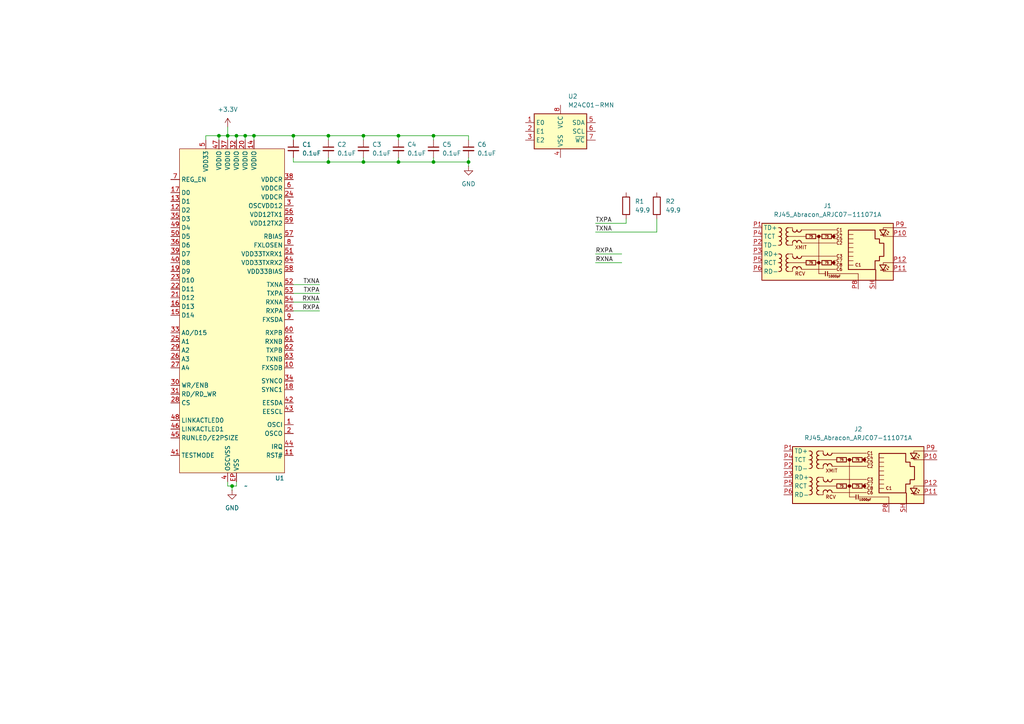
<source format=kicad_sch>
(kicad_sch (version 20231120) (generator "eeschema") (generator_version "8.0")
  (paper "A4")
  (lib_symbols
    (symbol "Device:C_Small" (pin_numbers hide) (pin_names (offset 0.254) hide)
      (property "Reference" "C" (at 0.254 1.778 0))
      (property "Value" "C_Small" (at 0.254 -2.032 0))
      (symbol "C_Small_0_1"
        (polyline (pts (xy -1.524 -0.508) (xy 1.524 -0.508)) (stroke (width 0.3302)))
        (polyline (pts (xy -1.524 0.508) (xy 1.524 0.508)) (stroke (width 0.3048)))
      )
      (symbol "C_Small_1_1"
        (pin passive line (at 0 2.54 270) (length 2.032) (name "~") (number "1"))
        (pin passive line (at 0 -2.54 90) (length 2.032) (name "~") (number "2"))
      )
    )
    (symbol "Device:R" (pin_numbers hide) (pin_names (offset 0))
      (property "Reference" "R" (at 2.032 0 90))
      (property "Value" "R" (at 0 0 90))
      (symbol "R_0_1"
        (rectangle (start -1.016 -2.54) (end 1.016 2.54) (stroke (width 0.254)))
      )
      (symbol "R_1_1"
        (pin passive line (at 0 3.81 270) (length 1.27) (name "~") (number "1"))
        (pin passive line (at 0 -3.81 90) (length 1.27) (name "~") (number "2"))
      )
    )
    (symbol "Memory_EEPROM:M24C01-RMN"
      (property "Reference" "U" (at -6.35 6.35 0))
      (property "Value" "M24C01-RMN" (at 7.62 6.35 0))
      (symbol "M24C01-RMN_0_1"
        (rectangle (start -7.62 5.08) (end 7.62 -5.08) (stroke (width 0.254)) (fill (type background)))
      )
      (symbol "M24C01-RMN_1_1"
        (pin input line (at -10.16 2.54 0) (length 2.54) (name "E0") (number "1"))
        (pin input line (at -10.16 0 0) (length 2.54) (name "E1") (number "2"))
        (pin input line (at -10.16 -2.54 0) (length 2.54) (name "E2") (number "3"))
        (pin power_in line (at 0 -7.62 90) (length 2.54) (name "VSS") (number "4"))
        (pin bidirectional line (at 10.16 2.54 180) (length 2.54) (name "SDA") (number "5"))
        (pin input line (at 10.16 0 180) (length 2.54) (name "SCL") (number "6"))
        (pin input line (at 10.16 -2.54 180) (length 2.54) (name "~{WC}") (number "7"))
        (pin power_in line (at 0 7.62 270) (length 2.54) (name "VCC") (number "8"))
      )
    )
    (symbol "ethercat:LAN9252"
      (property "Reference" "U1" (at 3.4641 -52.07 0))
      (property "Value" "~" (at 3.4641 -53.34 0))
      (symbol "LAN9252_0_0"
        (pin unspecified line (at 17.78 -35.56 180) (length 2.54) (name "OSCI") (number "1"))
        (pin unspecified line (at 17.78 -44.45 180) (length 2.54) (name "RST#") (number "11"))
        (pin power_in line (at 6.35 46.99 270) (length 2.54) (name "VDDIO") (number "14"))
        (pin unspecified line (at -17.78 -1.27 0) (length 2.54) (name "D13") (number "16"))
        (pin unspecified line (at -17.78 31.75 0) (length 2.54) (name "D0") (number "17"))
        (pin unspecified line (at -17.78 8.89 0) (length 2.54) (name "D9") (number "19"))
        (pin unspecified line (at 17.78 -38.1 180) (length 2.54) (name "OSCO") (number "2"))
        (pin power_in line (at 3.81 46.99 270) (length 2.54) (name "VDDIO") (number "20"))
        (pin unspecified line (at -17.78 1.27 0) (length 2.54) (name "D12") (number "21"))
        (pin unspecified line (at -17.78 3.81 0) (length 2.54) (name "D11") (number "22"))
        (pin unspecified line (at -17.78 6.35 0) (length 2.54) (name "D10") (number "23"))
        (pin unspecified line (at 17.78 30.48 180) (length 2.54) (name "VDDCR") (number "24"))
        (pin unspecified line (at -17.78 -11.43 0) (length 2.54) (name "A1") (number "25"))
        (pin unspecified line (at -17.78 -16.51 0) (length 2.54) (name "A3") (number "26"))
        (pin unspecified line (at -17.78 -19.05 0) (length 2.54) (name "A4") (number "27"))
        (pin unspecified line (at -17.78 -29.21 0) (length 2.54) (name "CS") (number "28"))
        (pin unspecified line (at -17.78 -13.97 0) (length 2.54) (name "A2") (number "29"))
        (pin unspecified line (at 17.78 27.94 180) (length 2.54) (name "OSCVDD12") (number "3"))
        (pin unspecified line (at -17.78 -24.13 0) (length 2.54) (name "WR/ENB") (number "30"))
        (pin unspecified line (at -17.78 -26.67 0) (length 2.54) (name "RD/RD_WR") (number "31"))
        (pin power_in line (at 1.27 46.99 270) (length 2.54) (name "VDDIO") (number "32"))
        (pin unspecified line (at -17.78 -8.89 0) (length 2.54) (name "A0/D15") (number "33"))
        (pin unspecified line (at -17.78 24.13 0) (length 2.54) (name "D3") (number "35"))
        (pin unspecified line (at -17.78 16.51 0) (length 2.54) (name "D6") (number "36"))
        (pin power_in line (at -1.27 46.99 270) (length 2.54) (name "VDDIO") (number "37"))
        (pin unspecified line (at 17.78 35.56 180) (length 2.54) (name "VDDCR") (number "38"))
        (pin unspecified line (at -17.78 13.97 0) (length 2.54) (name "D7") (number "39"))
        (pin unspecified line (at -1.27 -52.07 90) (length 2.54) (name "OSCVSS") (number "4"))
        (pin unspecified line (at -17.78 11.43 0) (length 2.54) (name "D8") (number "40"))
        (pin unspecified line (at -17.78 -44.45 0) (length 2.54) (name "TESTMODE") (number "41"))
        (pin unspecified line (at 17.78 -41.91 180) (length 2.54) (name "IRQ") (number "44"))
        (pin unspecified line (at -17.78 -39.37 0) (length 2.54) (name "RUNLED/E2PSIZE") (number "45"))
        (pin power_in line (at -3.81 46.99 270) (length 2.54) (name "VDDIO") (number "47"))
        (pin unspecified line (at -17.78 21.59 0) (length 2.54) (name "D4") (number "49"))
        (pin power_in line (at -7.62 46.99 270) (length 2.54) (name "VDD33") (number "5"))
        (pin unspecified line (at -17.78 19.05 0) (length 2.54) (name "D5") (number "50"))
        (pin unspecified line (at 17.78 13.97 180) (length 2.54) (name "VDD33TXRX1") (number "51"))
        (pin unspecified line (at 17.78 5.08 180) (length 2.54) (name "TXNA") (number "52"))
        (pin unspecified line (at 17.78 2.54 180) (length 2.54) (name "TXPA") (number "53"))
        (pin unspecified line (at 17.78 0 180) (length 2.54) (name "RXNA") (number "54"))
        (pin unspecified line (at 17.78 -2.54 180) (length 2.54) (name "RXPA") (number "55"))
        (pin unspecified line (at 17.78 25.4 180) (length 2.54) (name "VDD12TX1") (number "56"))
        (pin unspecified line (at 17.78 19.05 180) (length 2.54) (name "RBIAS") (number "57"))
        (pin unspecified line (at 17.78 8.89 180) (length 2.54) (name "VDD33BIAS") (number "58"))
        (pin unspecified line (at 17.78 22.86 180) (length 2.54) (name "VDD12TX2") (number "59"))
        (pin unspecified line (at 17.78 33.02 180) (length 2.54) (name "VDDCR") (number "6"))
        (pin unspecified line (at 17.78 -8.89 180) (length 2.54) (name "RXPB") (number "60"))
        (pin unspecified line (at 17.78 -11.43 180) (length 2.54) (name "RXNB") (number "61"))
        (pin unspecified line (at 17.78 -13.97 180) (length 2.54) (name "TXPB") (number "62"))
        (pin unspecified line (at 17.78 -16.51 180) (length 2.54) (name "TXNB") (number "63"))
        (pin unspecified line (at 17.78 11.43 180) (length 2.54) (name "VDD33TXRX2") (number "64"))
        (pin input line (at -17.78 35.56 0) (length 2.54) (name "REG_EN") (number "7"))
        (pin unspecified line (at 17.78 16.51 180) (length 2.54) (name "FXLOSEN") (number "8"))
        (pin unspecified line (at 1.27 -52.07 90) (length 2.54) (name "VSS") (number "EP"))
      )
      (symbol "LAN9252_0_1"
        (rectangle (start -15.24 44.45) (end 15.24 -49.53) (fill (type background)))
      )
      (symbol "LAN9252_1_0"
        (pin unspecified line (at 17.78 -19.05 180) (length 2.54) (name "FXSDB") (number "10"))
        (pin unspecified line (at -17.78 26.67 0) (length 2.54) (name "D2") (number "12"))
        (pin unspecified line (at -17.78 29.21 0) (length 2.54) (name "D1") (number "13"))
        (pin unspecified line (at -17.78 -3.81 0) (length 2.54) (name "D14") (number "15"))
        (pin unspecified line (at 17.78 -25.4 180) (length 2.54) (name "SYNC1") (number "18"))
        (pin unspecified line (at 17.78 -22.86 180) (length 2.54) (name "SYNC0") (number "34"))
        (pin unspecified line (at 17.78 -29.21 180) (length 2.54) (name "EESDA") (number "42"))
        (pin unspecified line (at 17.78 -31.75 180) (length 2.54) (name "EESCL") (number "43"))
        (pin unspecified line (at -17.78 -36.83 0) (length 2.54) (name "LINKACTLED1") (number "46"))
        (pin unspecified line (at -17.78 -34.29 0) (length 2.54) (name "LINKACTLED0") (number "48"))
        (pin unspecified line (at 17.78 -5.08 180) (length 2.54) (name "FXSDA") (number "9"))
      )
    )
    (symbol "ethercat:RJ45_Abracon_ARJC07-111071A"
      (property "Reference" "J" (at 18.415 10.16 0))
      (property "Value" "RJ45_Abracon_ARJC07-111071A" (at -19.05 10.16 0))
      (symbol "RJ45_Abracon_ARJC07-111071A_0_0"
        (circle (center -1.27 -2.54) (radius 0.0001) (stroke (width 0.508)))
        (circle (center -1.27 5.08) (radius 0.0001) (stroke (width 0.508)))
        (polyline (pts (xy -1.27 5.08) (xy -1.27 -5.715)))
        (polyline (pts (xy 0.635 -5.08) (xy 0.635 -6.35)) (stroke (width 0.254)))
        (polyline (pts (xy 1.27 -5.08) (xy 1.27 -6.35)) (stroke (width 0.254)))
        (polyline (pts (xy 3.048 -2.54) (xy 2.54 -2.54)))
        (polyline (pts (xy 3.048 5.08) (xy 2.54 5.08)))
        (polyline (pts (xy 17.399 -3.175) (xy 17.399 -2.54) (xy 20.32 -2.54)))
        (polyline (pts (xy 17.399 6.985) (xy 17.399 7.62) (xy 20.32 7.62)))
        (polyline (pts (xy 20.32 -5.08) (xy 17.399 -5.08) (xy 17.399 -4.572)))
        (polyline (pts (xy 20.32 5.08) (xy 17.399 5.08) (xy 17.399 5.588)))
        (polyline (pts (xy 3.683 -1.905) (xy 3.048 -1.905) (xy 3.048 -3.175) (xy 3.683 -3.175)))
        (polyline (pts (xy 3.683 5.715) (xy 3.048 5.715) (xy 3.048 4.445) (xy 3.683 4.445)))
        (circle (center 3.048 -2.54) (radius 0.0001) (stroke (width 0.508)))
        (circle (center 3.048 5.08) (radius 0.0001) (stroke (width 0.508)))
        (text "C1" (at 4.699 6.985 0) (effects (font (size 0.889 0.889))))
        (text "C1" (at 10.16 -3.175 0) (effects (font (size 0.889 0.889))))
        (text "C2" (at 4.699 3.175 0) (effects (font (size 0.889 0.889))))
        (text "C3" (at 4.699 -0.635 0) (effects (font (size 0.889 0.889))))
        (text "C4" (at 4.699 5.715 0) (effects (font (size 0.889 0.889))))
        (text "C5" (at 4.699 4.445 0) (effects (font (size 0.889 0.889))))
        (text "C6" (at 4.699 -4.445 0) (effects (font (size 0.889 0.889))))
        (text "C7" (at 4.699 -1.905 0) (effects (font (size 0.889 0.889))))
        (text "C8" (at 4.699 -3.175 0) (effects (font (size 0.889 0.889))))
        (text "RCV" (at -8.255 -5.715 0) (effects (font (size 1.016 1.016)) (justify left)))
        (text "XMIT" (at -8.255 1.905 0) (effects (font (size 1.016 1.016)) (justify left)))
      )
      (symbol "RJ45_Abracon_ARJC07-111071A_0_1"
        (rectangle (start -17.78 8.89) (end 20.32 -7.62) (stroke (width 0.254)) (fill (type background)))
        (polyline (pts (xy -12.7 -5.08) (xy -13.081 -5.08)))
        (polyline (pts (xy -12.7 -2.54) (xy -13.081 -2.54)))
        (polyline (pts (xy -12.7 0) (xy -13.081 0)))
        (polyline (pts (xy -12.7 2.54) (xy -13.081 2.54)))
        (polyline (pts (xy -12.7 5.08) (xy -13.081 5.08)))
        (polyline (pts (xy -12.7 7.62) (xy -13.081 7.62)))
        (polyline (pts (xy -6.35 -4.445) (xy 3.683 -4.445)))
        (polyline (pts (xy -6.35 3.175) (xy 3.683 3.175)))
        (polyline (pts (xy -6.35 6.985) (xy 3.683 6.985)))
        (polyline (pts (xy -6.223 -0.635) (xy 3.683 -0.635)))
        (polyline (pts (xy -5.08 -2.54) (xy -10.16 -2.54)))
        (polyline (pts (xy -4.953 5.08) (xy -10.16 5.08)))
        (polyline (pts (xy -2.159 -2.54) (xy -0.381 -2.54)))
        (polyline (pts (xy -2.159 5.08) (xy -0.381 5.08)))
        (polyline (pts (xy 0.635 -5.715) (xy -1.27 -5.715)))
        (polyline (pts (xy 7.4295 -1.9685) (xy 8.6995 -1.9685)))
        (polyline (pts (xy 7.4295 -0.6985) (xy 8.6995 -0.6985)))
        (polyline (pts (xy 7.4295 0.5715) (xy 8.6995 0.5715)))
        (polyline (pts (xy 7.4295 1.8415) (xy 8.6995 1.8415)))
        (polyline (pts (xy 7.4295 3.1115) (xy 8.6995 3.1115)))
        (polyline (pts (xy 8.6995 -3.2385) (xy 7.4295 -3.2385)))
        (polyline (pts (xy 8.6995 4.3815) (xy 7.4295 4.3815)))
        (polyline (pts (xy 8.6995 5.6515) (xy 7.4295 5.6515)))
        (polyline (pts (xy 10.16 -5.715) (xy 1.27 -5.715)))
        (polyline (pts (xy 10.16 -5.715) (xy 10.16 -7.62)))
        (polyline (pts (xy -10.16 0) (xy -8.89 0) (xy -8.89 -0.635)))
        (polyline (pts (xy -10.16 7.62) (xy -8.89 7.62) (xy -8.89 6.985)))
        (polyline (pts (xy -8.89 -4.445) (xy -8.89 -5.08) (xy -10.16 -5.08)))
        (polyline (pts (xy -8.89 3.175) (xy -8.89 2.54) (xy -10.16 2.54)))
      )
      (symbol "RJ45_Abracon_ARJC07-111071A_1_0"
        (text "1000pF" (at 3.302 -6.477 0) (effects (font (size 0.635 0.635))))
      )
      (symbol "RJ45_Abracon_ARJC07-111071A_1_1"
        (arc (start -12.7 -1.27) (mid -12.0677 -0.635) (end -12.7 0) (stroke (width 0.254)))
        (arc (start -12.6973 -5.08) (mid -12.065 -4.445) (end -12.6973 -3.81) (stroke (width 0.254)))
        (arc (start -12.6973 -3.81) (mid -12.065 -3.175) (end -12.6973 -2.54) (stroke (width 0.254)))
        (arc (start -12.6973 -2.54) (mid -12.065 -1.905) (end -12.6973 -1.27) (stroke (width 0.254)))
        (arc (start -12.6973 6.35) (mid -12.065 6.985) (end -12.6973 7.62) (stroke (width 0.254)))
        (arc (start -12.6946 2.54) (mid -12.0623 3.175) (end -12.6946 3.81) (stroke (width 0.254)))
        (arc (start -12.6946 3.81) (mid -12.0623 4.445) (end -12.6946 5.08) (stroke (width 0.254)))
        (arc (start -12.6946 5.08) (mid -12.0623 5.715) (end -12.6946 6.35) (stroke (width 0.254)))
        (arc (start -10.1654 -2.54) (mid -10.7977 -3.175) (end -10.1654 -3.81) (stroke (width 0.254)))
        (arc (start -10.1654 -1.27) (mid -10.7977 -1.905) (end -10.1654 -2.54) (stroke (width 0.254)))
        (arc (start -10.1654 0) (mid -10.7977 -0.635) (end -10.1654 -1.27) (stroke (width 0.254)))
        (arc (start -10.1654 5.08) (mid -10.7977 4.445) (end -10.1654 3.81) (stroke (width 0.254)))
        (arc (start -10.1654 6.35) (mid -10.7977 5.715) (end -10.1654 5.08) (stroke (width 0.254)))
        (arc (start -10.1654 7.62) (mid -10.7977 6.985) (end -10.1654 6.35) (stroke (width 0.254)))
        (arc (start -10.1627 -3.81) (mid -10.795 -4.445) (end -10.1627 -5.08) (stroke (width 0.254)))
        (arc (start -10.1627 3.81) (mid -10.795 3.175) (end -10.1627 2.54) (stroke (width 0.254)))
        (arc (start -8.89 6.9823) (mid -8.255 6.35) (end -7.62 6.9823) (stroke (width 0.254)))
        (arc (start -8.8265 -0.7012) (mid -8.1915 -1.3335) (end -7.5565 -0.7012) (stroke (width 0.254)))
        (arc (start -7.62 -4.3153) (mid -8.255 -3.683) (end -8.89 -4.3153) (stroke (width 0.254)))
        (arc (start -7.62 3.3047) (mid -8.255 3.937) (end -8.89 3.3047) (stroke (width 0.254)))
        (arc (start -7.62 6.985) (mid -6.985 6.3527) (end -6.35 6.985) (stroke (width 0.254)))
        (arc (start -7.5565 -0.6985) (mid -6.9215 -1.3308) (end -6.2865 -0.6985) (stroke (width 0.254)))
        (arc (start -6.35 -4.3126) (mid -6.985 -3.6803) (end -7.62 -4.3126) (stroke (width 0.254)))
        (arc (start -6.35 3.3074) (mid -6.985 3.9397) (end -7.62 3.3074) (stroke (width 0.254)))
        (rectangle (start -4.953 -1.905) (end -2.159 -3.175) (stroke (width 0.254)))
        (rectangle (start -4.953 5.715) (end -2.159 4.445) (stroke (width 0.254)))
        (rectangle (start -0.381 -1.905) (end 2.413 -3.175) (stroke (width 0.254)))
        (rectangle (start -0.381 5.715) (end 2.413 4.445) (stroke (width 0.254)))
        (polyline (pts (xy 15.24 -7.62) (xy 15.24 -4.572)) (stroke (width 0.254)))
        (polyline (pts (xy 18.161 -4.699) (xy 16.637 -4.699)) (stroke (width 0.254)))
        (polyline (pts (xy 18.161 5.461) (xy 16.637 5.461)) (stroke (width 0.254)))
        (polyline (pts (xy 18.796 -4.572) (xy 18.796 -4.318)))
        (polyline (pts (xy 18.796 5.588) (xy 18.796 5.842)))
        (polyline (pts (xy 19.05 -3.937) (xy 19.05 -3.683)))
        (polyline (pts (xy 19.05 6.223) (xy 19.05 6.477)))
        (polyline (pts (xy 18.288 -4.064) (xy 18.796 -4.572) (xy 18.542 -4.572)))
        (polyline (pts (xy 18.288 6.096) (xy 18.796 5.588) (xy 18.542 5.588)))
        (polyline (pts (xy 18.542 -3.429) (xy 19.05 -3.937) (xy 18.796 -3.937)))
        (polyline (pts (xy 18.542 6.731) (xy 19.05 6.223) (xy 18.796 6.223)))
        (polyline (pts (xy 18.288 -3.175) (xy 16.383 -3.175) (xy 17.399 -4.699) (xy 18.288 -3.175)) (stroke (width 0.254)))
        (polyline (pts (xy 18.288 6.985) (xy 16.383 6.985) (xy 17.399 5.461) (xy 18.288 6.985)) (stroke (width 0.254)))
        (polyline (pts (xy 7.3025 -4.5085) (xy 7.3025 6.9215) (xy 15.0495 6.9215) (xy 15.0495 4.3815) (xy 16.3195 4.3815) (xy 16.3195 3.1115) (xy 17.5895 3.1115) (xy 17.5895 -0.6985) (xy 16.3195 -0.6985) (xy 16.3195 -1.9685) (xy 15.0495 -1.9685) (xy 15.0495 -4.5085) (xy 7.3025 -4.5085)) (stroke (width 0.254)))
        (text "75" (at -3.556 -2.54 0) (effects (font (size 0.635 0.635))))
        (text "75" (at -3.556 5.08 0) (effects (font (size 0.635 0.635))))
        (text "75" (at 1.016 -2.54 0) (effects (font (size 0.635 0.635))))
        (text "75" (at 1.016 5.08 0) (effects (font (size 0.635 0.635))))
        (pin passive line (at -20.32 7.62 0) (length 2.54) (name "TD+") (number "P1"))
        (pin passive line (at 24.13 5.08 180) (length 3.81) (name "") (number "P10"))
        (pin passive line (at 24.13 -5.08 180) (length 3.81) (name "") (number "P11"))
        (pin passive line (at 24.13 -2.54 180) (length 3.81) (name "") (number "P12"))
        (pin passive line (at -20.32 2.54 0) (length 2.54) (name "TD-") (number "P2"))
        (pin passive line (at -20.32 0 0) (length 2.54) (name "RD+") (number "P3"))
        (pin passive line (at -20.32 5.08 0) (length 2.54) (name "TCT") (number "P4"))
        (pin passive line (at -20.32 -2.54 0) (length 2.54) (name "RCT") (number "P5"))
        (pin passive line (at -20.32 -5.08 0) (length 2.54) (name "RD-") (number "P6"))
        (pin no_connect line (at 20.32 0 0) (length 0) hide (name "NC") (number "P7"))
        (pin power_in line (at 10.16 -10.16 90) (length 2.54) (name "") (number "P8"))
        (pin passive line (at 24.13 7.62 180) (length 3.81) (name "") (number "P9"))
        (pin passive line (at 15.24 -10.16 90) (length 2.54) (name "") (number "SH"))
      )
    )
    (symbol "power:+3.3V" (power) (pin_numbers hide) (pin_names (offset 0) hide)
      (property "Value" "+3.3V" (at 0 3.556 0))
      (symbol "+3.3V_0_1"
        (polyline (pts (xy -0.762 1.27) (xy 0 2.54)))
        (polyline (pts (xy 0 0) (xy 0 2.54)))
        (polyline (pts (xy 0 2.54) (xy 0.762 1.27)))
      )
      (symbol "+3.3V_1_1"
        (pin power_in line (at 0 0 90) (length 0) (name "~") (number "1"))
      )
    )
    (symbol "power:GND" (power) (pin_numbers hide) (pin_names (offset 0) hide)
      (property "Value" "GND" (at 0 -3.81 0))
      (symbol "GND_0_1"
        (polyline (pts (xy 0 0) (xy 0 -1.27) (xy 1.27 -1.27) (xy 0 -2.54) (xy -1.27 -1.27) (xy 0 -1.27)))
      )
      (symbol "GND_1_1"
        (pin power_in line (at 0 0 270) (length 0) (name "~") (number "1"))
      )
    )
  )
  (junction (at 95.25 46.99))
  (junction (at 115.57 46.99))
  (junction (at 105.41 39.37))
  (junction (at 73.66 39.37))
  (junction (at 125.73 46.99))
  (junction (at 66.04 39.37))
  (junction (at 63.5 39.37))
  (junction (at 95.25 39.37))
  (junction (at 105.41 46.99))
  (junction (at 68.58 39.37))
  (junction (at 85.09 39.37))
  (junction (at 115.57 39.37))
  (junction (at 125.73 39.37))
  (junction (at 67.31 140.97))
  (junction (at 71.12 39.37))
  (junction (at 135.89 46.99))
  (wire (pts (xy 68.58 139.7) (xy 68.58 140.97)))
  (wire (pts (xy 125.73 46.99) (xy 135.89 46.99)))
  (wire (pts (xy 85.09 85.09) (xy 92.71 85.09)))
  (wire (pts (xy 59.69 40.64) (xy 59.69 39.37)))
  (wire (pts (xy 115.57 45.72) (xy 115.57 46.99)))
  (wire (pts (xy 68.58 39.37) (xy 71.12 39.37)))
  (wire (pts (xy 135.89 40.64) (xy 135.89 39.37)))
  (wire (pts (xy 59.69 39.37) (xy 63.5 39.37)))
  (wire (pts (xy 85.09 87.63) (xy 92.71 87.63)))
  (wire (pts (xy 85.09 82.55) (xy 92.71 82.55)))
  (wire (pts (xy 66.04 40.64) (xy 66.04 39.37)))
  (wire (pts (xy 85.09 90.17) (xy 92.71 90.17)))
  (wire (pts (xy 105.41 46.99) (xy 115.57 46.99)))
  (wire (pts (xy 95.25 46.99) (xy 105.41 46.99)))
  (wire (pts (xy 95.25 39.37) (xy 105.41 39.37)))
  (wire (pts (xy 135.89 45.72) (xy 135.89 46.99)))
  (wire (pts (xy 95.25 40.64) (xy 95.25 39.37)))
  (wire (pts (xy 180.34 76.2) (xy 172.72 76.2)))
  (wire (pts (xy 66.04 39.37) (xy 68.58 39.37)))
  (wire (pts (xy 71.12 40.64) (xy 71.12 39.37)))
  (wire (pts (xy 85.09 46.99) (xy 95.25 46.99)))
  (wire (pts (xy 68.58 140.97) (xy 67.31 140.97)))
  (wire (pts (xy 66.04 36.83) (xy 66.04 39.37)))
  (wire (pts (xy 63.5 39.37) (xy 66.04 39.37)))
  (wire (pts (xy 125.73 46.99) (xy 115.57 46.99)))
  (wire (pts (xy 73.66 39.37) (xy 73.66 40.64)))
  (wire (pts (xy 135.89 46.99) (xy 135.89 48.26)))
  (wire (pts (xy 85.09 39.37) (xy 73.66 39.37)))
  (wire (pts (xy 125.73 40.64) (xy 125.73 39.37)))
  (wire (pts (xy 125.73 39.37) (xy 115.57 39.37)))
  (wire (pts (xy 66.04 139.7) (xy 66.04 140.97)))
  (wire (pts (xy 66.04 140.97) (xy 67.31 140.97)))
  (wire (pts (xy 180.34 73.66) (xy 172.72 73.66)))
  (wire (pts (xy 67.31 140.97) (xy 67.31 142.24)))
  (wire (pts (xy 190.5 67.31) (xy 190.5 63.5)))
  (wire (pts (xy 71.12 39.37) (xy 73.66 39.37)))
  (wire (pts (xy 68.58 40.64) (xy 68.58 39.37)))
  (wire (pts (xy 115.57 40.64) (xy 115.57 39.37)))
  (wire (pts (xy 85.09 40.64) (xy 85.09 39.37)))
  (wire (pts (xy 181.61 64.77) (xy 181.61 63.5)))
  (wire (pts (xy 105.41 45.72) (xy 105.41 46.99)))
  (wire (pts (xy 105.41 40.64) (xy 105.41 39.37)))
  (wire (pts (xy 95.25 39.37) (xy 85.09 39.37)))
  (wire (pts (xy 172.72 67.31) (xy 190.5 67.31)))
  (wire (pts (xy 95.25 46.99) (xy 95.25 45.72)))
  (wire (pts (xy 115.57 39.37) (xy 105.41 39.37)))
  (wire (pts (xy 172.72 64.77) (xy 181.61 64.77)))
  (wire (pts (xy 125.73 45.72) (xy 125.73 46.99)))
  (wire (pts (xy 85.09 45.72) (xy 85.09 46.99)))
  (wire (pts (xy 63.5 40.64) (xy 63.5 39.37)))
  (wire (pts (xy 135.89 39.37) (xy 125.73 39.37)))
  (label "TXNA" (at 172.72 67.31 0))
  (label "RXPA" (at 172.72 73.66 0))
  (label "TXPA" (at 92.71 85.09 180))
  (label "RXNA" (at 92.71 87.63 180))
  (label "TXNA" (at 92.71 82.55 180))
  (label "TXPA" (at 172.72 64.77 0))
  (label "RXPA" (at 92.71 90.17 180))
  (label "RXNA" (at 172.72 76.2 0))
  (symbol (lib_id "Device:C_Small") (at 125.73 43.18 0) (unit 1)
    (property "Reference" "C5" (at 128.27 41.9162 0) (effects (justify left)))
    (property "Value" "0.1uF" (at 128.27 44.4562 0) (effects (justify left)))
    (property "Description" "Unpolarized capacitor, small symbol" (effects (hide yes)))
  )
  (symbol (lib_id "Device:R") (at 190.5 59.69 0) (unit 1)
    (property "Reference" "R2" (at 193.04 58.4199 0) (effects (justify left)))
    (property "Value" "49.9" (at 193.04 60.9599 0) (effects (justify left)))
    (property "Description" "Resistor" (effects (hide yes)))
  )
  (symbol (lib_id "Device:R") (at 181.61 59.69 0) (unit 1)
    (property "Reference" "R1" (at 184.15 58.4199 0) (effects (justify left)))
    (property "Value" "49.9" (at 184.15 60.9599 0) (effects (justify left)))
    (property "Description" "Resistor" (effects (hide yes)))
  )
  (symbol (lib_id "ethercat:LAN9252") (at 67.31 87.63 0) (unit 1)
    (property "Reference" "U1" (at 79.756 138.684 0) (effects (justify left)))
    (property "Value" "~" (at 70.7741 140.97 0) (effects (justify left)))
  )
  (symbol (lib_id "Memory_EEPROM:M24C01-RMN") (at 162.56 38.1 0) (unit 1)
    (property "Reference" "U2" (at 164.7541 27.94 0) (effects (justify left)))
    (property "Value" "M24C01-RMN" (at 164.7541 30.48 0) (effects (justify left)))
    (property "Footprint" "Package_SO:SOIC-8_3.9x4.9mm_P1.27mm" (effects (hide yes)))
    (property "Datasheet" "http://www.st.com/content/ccc/resource/technical/document/datasheet/b0/d8/50/40/5a/85/49/6f/DM00071904.pdf/files/DM00071904.pdf/jcr:content/translations/en.DM00071904.pdf" (effects (hide yes)))
    (property "Description" "1Kb (128x8) I2C Serial EEPROM, 1.8-5.5V, SOIC-8" (effects (hide yes)))
  )
  (symbol (lib_id "Device:C_Small") (at 85.09 43.18 0) (unit 1)
    (property "Reference" "C1" (at 87.63 41.9162 0) (effects (justify left)))
    (property "Value" "0.1uF" (at 87.63 44.4562 0) (effects (justify left)))
    (property "Description" "Unpolarized capacitor, small symbol" (effects (hide yes)))
  )
  (symbol (lib_id "Device:C_Small") (at 115.57 43.18 0) (unit 1)
    (property "Reference" "C4" (at 118.11 41.9162 0) (effects (justify left)))
    (property "Value" "0.1uF" (at 118.11 44.4562 0) (effects (justify left)))
    (property "Description" "Unpolarized capacitor, small symbol" (effects (hide yes)))
  )
  (symbol (lib_id "power:+3.3V") (at 66.04 36.83 0) (unit 1)
    (property "Reference" "#PWR01" (effects (hide yes)))
    (property "Value" "+3.3V" (at 66.04 31.75 0))
    (property "Description" "Power symbol creates a global label with name \"+3.3V\"" (effects (hide yes)))
  )
  (symbol (lib_id "Device:C_Small") (at 135.89 43.18 0) (unit 1)
    (property "Reference" "C6" (at 138.43 41.9162 0) (effects (justify left)))
    (property "Value" "0.1uF" (at 138.43 44.4562 0) (effects (justify left)))
    (property "Description" "Unpolarized capacitor, small symbol" (effects (hide yes)))
  )
  (symbol (lib_id "ethercat:RJ45_Abracon_ARJC07-111071A") (at 247.65 138.43 0) (unit 1)
    (property "Reference" "J2" (at 248.92 124.46 0))
    (property "Value" "RJ45_Abracon_ARJC07-111071A" (at 248.92 127 0))
    (property "Datasheet" "https://abracon.com/Magnetics/lan/ARJC07-111071A.pdf" (effects (hide yes)))
    (property "Description" "1 Port RJ45 Magjack Connector Through Hole 10/100 Base-T, AutoMDIX" (effects (hide yes)))
  )
  (symbol (lib_id "power:GND") (at 135.89 48.26 0) (unit 1)
    (property "Reference" "#PWR03" (effects (hide yes)))
    (property "Value" "GND" (at 135.89 53.34 0))
    (property "Description" "Power symbol creates a global label with name \"GND\" , ground" (effects (hide yes)))
  )
  (symbol (lib_id "power:GND") (at 67.31 142.24 0) (unit 1)
    (property "Reference" "#PWR02" (effects (hide yes)))
    (property "Value" "GND" (at 67.31 147.32 0))
    (property "Description" "Power symbol creates a global label with name \"GND\" , ground" (effects (hide yes)))
  )
  (symbol (lib_id "ethercat:RJ45_Abracon_ARJC07-111071A") (at 238.76 73.66 0) (unit 1)
    (property "Reference" "J1" (at 240.03 59.69 0))
    (property "Value" "RJ45_Abracon_ARJC07-111071A" (at 240.03 62.23 0))
    (property "Datasheet" "https://abracon.com/Magnetics/lan/ARJC07-111071A.pdf" (effects (hide yes)))
    (property "Description" "1 Port RJ45 Magjack Connector Through Hole 10/100 Base-T, AutoMDIX" (effects (hide yes)))
  )
  (symbol (lib_id "Device:C_Small") (at 105.41 43.18 0) (unit 1)
    (property "Reference" "C3" (at 107.95 41.9162 0) (effects (justify left)))
    (property "Value" "0.1uF" (at 107.95 44.4562 0) (effects (justify left)))
    (property "Description" "Unpolarized capacitor, small symbol" (effects (hide yes)))
  )
  (symbol (lib_id "Device:C_Small") (at 95.25 43.18 0) (unit 1)
    (property "Reference" "C2" (at 97.79 41.9162 0) (effects (justify left)))
    (property "Value" "0.1uF" (at 97.79 44.4562 0) (effects (justify left)))
    (property "Description" "Unpolarized capacitor, small symbol" (effects (hide yes)))
  )
)
</source>
